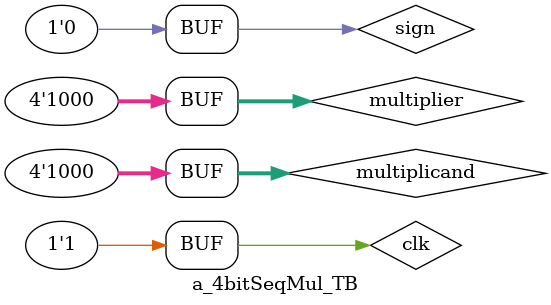
<source format=v>
module multiply4(resultLow, resultHigh, product, ready, multiplicand, multiplier, sign, clk);
	input clk;
	input sign;
	input [3:0] multiplier, multiplicand;
	output [7:0] product;//output
	output [3:0] resultLow, resultHigh;
	output ready;
	reg [7:0] product, product_temp;
	reg [3:0] multiplier_copy;
	reg [7:0] multiplicand_copy;
	reg negative_output;

	reg [2:0] bit;
	wire ready, carryOut;
	notAnd3Bit b(ready, bit);
	reg [3:0] resultLow, resultHigh;

	//rc_add_sub_8 adder(product_temp, carryOut, product_temp, multiplicand_copy, 1'b0);

	initial bit = 0;
	initial negative_output = 0;
	always @( posedge clk )
		if( ready ) begin
			bit = 3'b100;
			product = 0;
			product_temp = 0;
			multiplicand_copy = (!sign || !multiplicand[3]) ?//determin between signed and unsigned
				{ 4'd0, multiplicand } :
				{ 4'd0, ~multiplicand + 1'b1};
			multiplier_copy = (!sign || !multiplier[3]) ?//determin between signed and unsigned
				multiplier :
				~multiplier + 1'b1;
			negative_output = sign &&//determin between signed and unsigned
				((multiplier[3] && !multiplicand[3])
				||(!multiplier[3] && multiplicand[3]));
		end else if ( bit > 0 ) begin
 			if( multiplier_copy[0] == 1'b1 )
				product_temp = product_temp + multiplicand_copy;
 			product = (!negative_output)?product_temp:(~product_temp + 1'b1);
 			multiplier_copy = multiplier_copy >> 1;
 			multiplicand_copy = multiplicand_copy << 1;
 			bit = bit - 1'b1;
			resultLow = product[3:0];
			resultHigh = product[7:4];
		end
endmodule
module controlUnit();
	
endmodule
module a_4bitSeqMul_TB;
	reg clk;
	reg sign;
	reg [3:0] multiplier, multiplicand;
	wire [3:0] resultLow, resultHigh;
	wire ready;
	wire [7:0] product;

	multiply4 m(resultLow, resultHigh, product, ready, multiplicand, multiplier, sign, clk);
	initial begin
		multiplier = 4'b0001;
		multiplicand = 4'b0001; sign = 1'b0;
		#1 clk = 1'b0; #1 clk = 1'b1; #1 clk = 1'b0; #1 clk = 1'b1; #1 clk = 1'b0; 
		#1 clk = 1'b1; #1 clk = 1'b0; #1 clk = 1'b1; #1 clk = 1'b0; #1 clk = 1'b1; 
		#1 clk = 1'b1; #1 clk = 1'b0;
		multiplier = 4'b1000;
		multiplicand = 4'b1000; sign = 1'b0;
		#1 clk = 1'b0; #1 clk = 1'b1; #1 clk = 1'b0; #1 clk = 1'b1; #1 clk = 1'b0; 
		#1 clk = 1'b1; #1 clk = 1'b0; #1 clk = 1'b1; #1 clk = 1'b0; #1 clk = 1'b1; 
	end
endmodule
</source>
